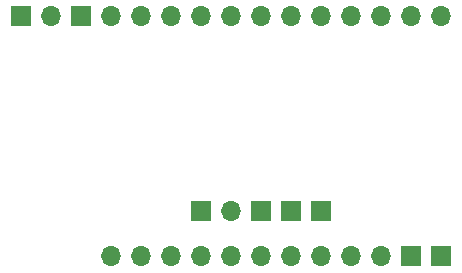
<source format=gbr>
%TF.GenerationSoftware,KiCad,Pcbnew,(6.0.9-0)*%
%TF.CreationDate,2023-03-22T16:58:05+10:00*%
%TF.ProjectId,Feather M0 Temp Sensor,46656174-6865-4722-904d-302054656d70,rev?*%
%TF.SameCoordinates,Original*%
%TF.FileFunction,Copper,L2,Bot*%
%TF.FilePolarity,Positive*%
%FSLAX46Y46*%
G04 Gerber Fmt 4.6, Leading zero omitted, Abs format (unit mm)*
G04 Created by KiCad (PCBNEW (6.0.9-0)) date 2023-03-22 16:58:05*
%MOMM*%
%LPD*%
G01*
G04 APERTURE LIST*
%TA.AperFunction,ComponentPad*%
%ADD10R,1.700000X1.700000*%
%TD*%
%TA.AperFunction,ComponentPad*%
%ADD11O,1.700000X1.700000*%
%TD*%
G04 APERTURE END LIST*
D10*
%TO.P,U1,5,VIN*%
%TO.N,Net-(U1-Pad5)*%
X109220000Y-72390000D03*
D11*
%TO.P,U1,4,3V*%
%TO.N,unconnected-(U1-Pad4)*%
X111760000Y-72390000D03*
D10*
%TO.P,U1,3,GND*%
%TO.N,Net-(U1-Pad3)*%
X114300000Y-72390000D03*
%TO.P,U1,2,SCL*%
%TO.N,Net-(U1-Pad2)*%
X116840000Y-72390000D03*
%TO.P,U1,1,SDA*%
%TO.N,Net-(U1-Pad1)*%
X119380000Y-72390000D03*
%TD*%
%TO.P,J1,1,3V*%
%TO.N,Net-(U1-Pad5)*%
X94010000Y-55855000D03*
D11*
%TO.P,J1,2,Pin_2*%
%TO.N,unconnected-(J1-Pad2)*%
X96550000Y-55855000D03*
D10*
%TO.P,J1,3,GND*%
%TO.N,Net-(U1-Pad3)*%
X99090000Y-55855000D03*
D11*
%TO.P,J1,4,Pin_4*%
%TO.N,unconnected-(J1-Pad4)*%
X101630000Y-55855000D03*
%TO.P,J1,5,Pin_5*%
%TO.N,unconnected-(J1-Pad5)*%
X104170000Y-55855000D03*
%TO.P,J1,6,Pin_6*%
%TO.N,unconnected-(J1-Pad6)*%
X106710000Y-55855000D03*
%TO.P,J1,7,Pin_7*%
%TO.N,unconnected-(J1-Pad7)*%
X109250000Y-55855000D03*
%TO.P,J1,8,Pin_8*%
%TO.N,unconnected-(J1-Pad8)*%
X111790000Y-55855000D03*
%TO.P,J1,9,Pin_9*%
%TO.N,unconnected-(J1-Pad9)*%
X114330000Y-55855000D03*
%TO.P,J1,10,Pin_10*%
%TO.N,unconnected-(J1-Pad10)*%
X116870000Y-55855000D03*
%TO.P,J1,11,Pin_11*%
%TO.N,unconnected-(J1-Pad11)*%
X119410000Y-55855000D03*
%TO.P,J1,12,Pin_12*%
%TO.N,unconnected-(J1-Pad12)*%
X121950000Y-55855000D03*
%TO.P,J1,13,Pin_13*%
%TO.N,unconnected-(J1-Pad13)*%
X124490000Y-55855000D03*
%TO.P,J1,14,Pin_14*%
%TO.N,unconnected-(J1-Pad14)*%
X127030000Y-55855000D03*
%TO.P,J1,15,Pin_15*%
%TO.N,unconnected-(J1-Pad15)*%
X129570000Y-55855000D03*
%TD*%
D10*
%TO.P,J2,1,SDA*%
%TO.N,Net-(U1-Pad1)*%
X129540000Y-76200000D03*
%TO.P,J2,2,SCL*%
%TO.N,Net-(U1-Pad2)*%
X127000000Y-76200000D03*
D11*
%TO.P,J2,3,Pin_3*%
%TO.N,unconnected-(J2-Pad3)*%
X124460000Y-76200000D03*
%TO.P,J2,4,Pin_4*%
%TO.N,unconnected-(J2-Pad4)*%
X121920000Y-76200000D03*
%TO.P,J2,5,Pin_5*%
%TO.N,unconnected-(J2-Pad5)*%
X119380000Y-76200000D03*
%TO.P,J2,6,Pin_6*%
%TO.N,unconnected-(J2-Pad6)*%
X116840000Y-76200000D03*
%TO.P,J2,7,Pin_7*%
%TO.N,unconnected-(J2-Pad7)*%
X114300000Y-76200000D03*
%TO.P,J2,8,Pin_8*%
%TO.N,unconnected-(J2-Pad8)*%
X111760000Y-76200000D03*
%TO.P,J2,9,Pin_9*%
%TO.N,unconnected-(J2-Pad9)*%
X109220000Y-76200000D03*
%TO.P,J2,10,Pin_10*%
%TO.N,unconnected-(J2-Pad10)*%
X106680000Y-76200000D03*
%TO.P,J2,11,Pin_11*%
%TO.N,unconnected-(J2-Pad11)*%
X104140000Y-76200000D03*
%TO.P,J2,12,Pin_12*%
%TO.N,unconnected-(J2-Pad12)*%
X101600000Y-76200000D03*
%TD*%
M02*

</source>
